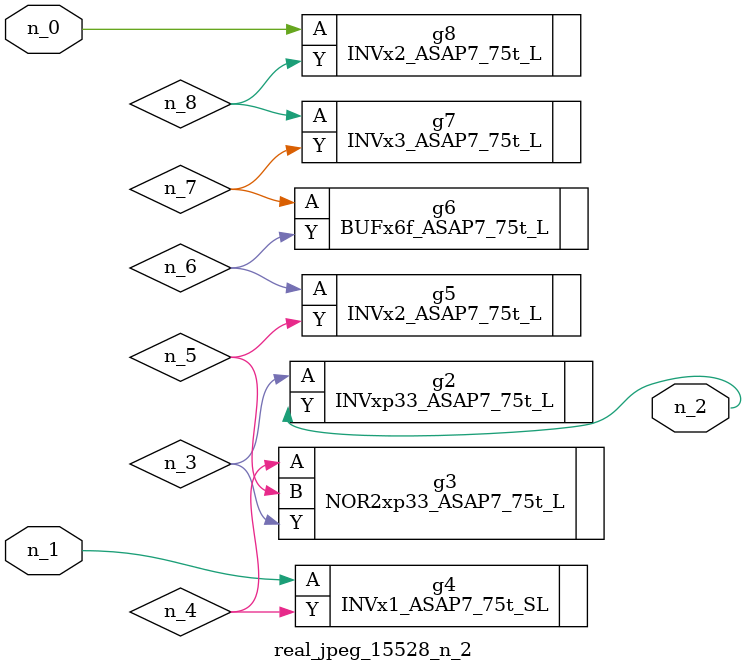
<source format=v>
module real_jpeg_15528_n_2 (n_1, n_0, n_2);

input n_1;
input n_0;

output n_2;

wire n_5;
wire n_4;
wire n_8;
wire n_6;
wire n_7;
wire n_3;

INVx2_ASAP7_75t_L g8 ( 
.A(n_0),
.Y(n_8)
);

INVx1_ASAP7_75t_SL g4 ( 
.A(n_1),
.Y(n_4)
);

INVxp33_ASAP7_75t_L g2 ( 
.A(n_3),
.Y(n_2)
);

NOR2xp33_ASAP7_75t_L g3 ( 
.A(n_4),
.B(n_5),
.Y(n_3)
);

INVx2_ASAP7_75t_L g5 ( 
.A(n_6),
.Y(n_5)
);

BUFx6f_ASAP7_75t_L g6 ( 
.A(n_7),
.Y(n_6)
);

INVx3_ASAP7_75t_L g7 ( 
.A(n_8),
.Y(n_7)
);


endmodule
</source>
